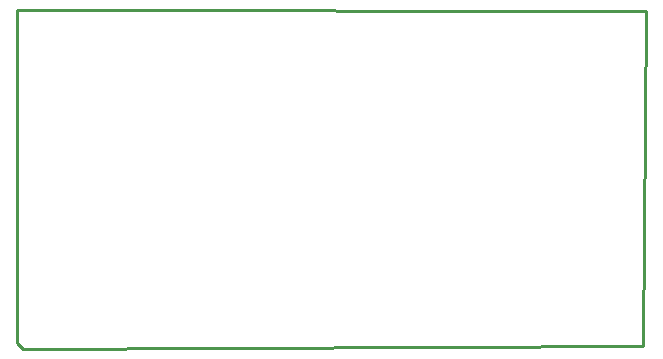
<source format=gko>
G04 Layer: BoardOutlineLayer*
G04 EasyEDA v6.5.44, 2024-09-12 07:38:51*
G04 Gerber Generator version 0.2*
G04 Scale: 100 percent, Rotated: No, Reflected: No *
G04 Dimensions in millimeters *
G04 leading zeros omitted , absolute positions ,4 integer and 5 decimal *
%FSLAX45Y45*%
%MOMM*%

%ADD10C,0.2540*%
D10*
X63500Y10020300D02*
G01*
X-38100Y10020300D01*
X-38100Y7200137D01*
X11684Y7150100D01*
X63500Y10020300D02*
G01*
X5283200Y10007600D01*
X5257800Y7175500D01*
X0Y7150100D01*

%LPD*%
M02*

</source>
